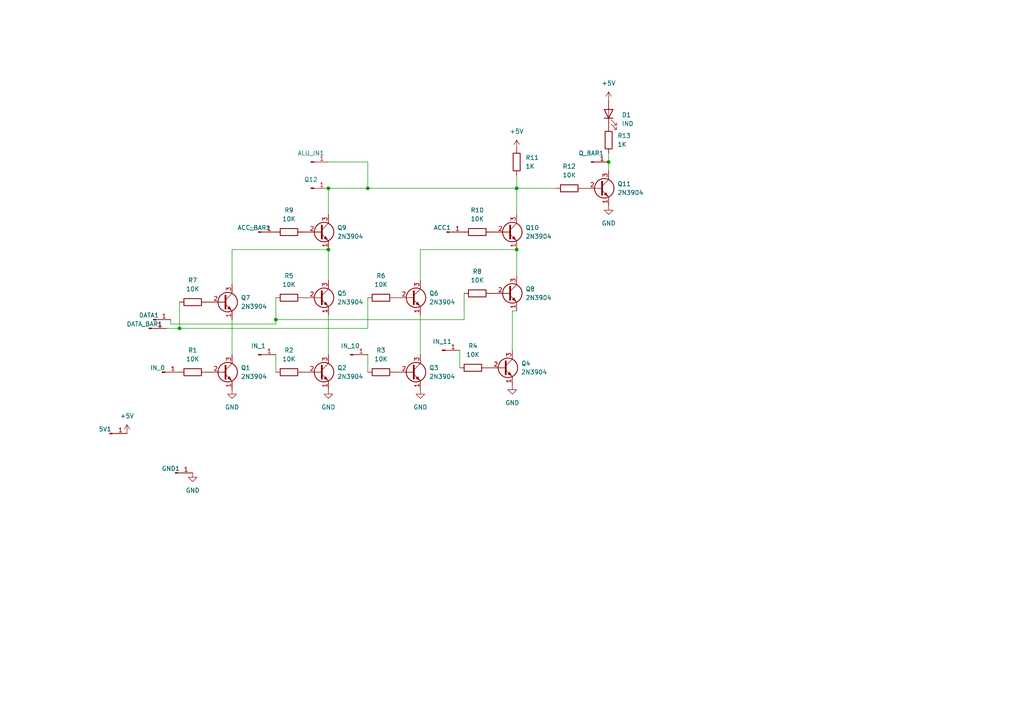
<source format=kicad_sch>
(kicad_sch (version 20230121) (generator eeschema)
  (paper "A4")
  (lib_symbols
    (symbol "Connector:Conn_01x01_Pin" (pin_names (offset 1.016) hide)
      (property "Reference" "J" (at 0 2.54 0))
      (property "Value" "Conn_01x01_Pin" (at 0 -2.54 0))
      (symbol "Conn_01x01_Pin_1_1"
        (polyline (pts (xy 1.27 0) (xy 0.8636 0)) (stroke (width 0.1524)))
        (rectangle (start 0.8636 0.127) (end 0 -0.127) (stroke (width 0.1524)) (fill (type outline)))
        (pin passive line (at 5.08 0 180) (length 3.81) (name "Pin_1") (number "1"))
      )
    )
    (symbol "Device:LED" (pin_numbers hide) (pin_names (offset 1.016) hide)
      (property "Reference" "D" (at 0 2.54 0))
      (property "Value" "LED" (at 0 -2.54 0))
      (symbol "LED_0_1"
        (polyline (pts (xy -1.27 -1.27) (xy -1.27 1.27)) (stroke (width 0.254)))
        (polyline (pts (xy -1.27 0) (xy 1.27 0)))
        (polyline (pts (xy 1.27 -1.27) (xy 1.27 1.27) (xy -1.27 0) (xy 1.27 -1.27)) (stroke (width 0.254)))
        (polyline (pts (xy -3.048 -0.762) (xy -4.572 -2.286) (xy -3.81 -2.286) (xy -4.572 -2.286) (xy -4.572 -1.524)))
        (polyline (pts (xy -1.778 -0.762) (xy -3.302 -2.286) (xy -2.54 -2.286) (xy -3.302 -2.286) (xy -3.302 -1.524)))
      )
      (symbol "LED_1_1"
        (pin passive line (at -3.81 0 0) (length 2.54) (name "K") (number "1"))
        (pin passive line (at 3.81 0 180) (length 2.54) (name "A") (number "2"))
      )
    )
    (symbol "Device:R" (pin_numbers hide) (pin_names (offset 0))
      (property "Reference" "R" (at 2.032 0 90))
      (property "Value" "R" (at 0 0 90))
      (symbol "R_0_1"
        (rectangle (start -1.016 -2.54) (end 1.016 2.54) (stroke (width 0.254)))
      )
      (symbol "R_1_1"
        (pin passive line (at 0 3.81 270) (length 1.27) (name "~") (number "1"))
        (pin passive line (at 0 -3.81 90) (length 1.27) (name "~") (number "2"))
      )
    )
    (symbol "Transistor_BJT:2N3904" (pin_names (offset 0) hide)
      (property "Reference" "Q" (at 5.08 1.905 0))
      (property "Value" "2N3904" (at 5.08 0 0))
      (symbol "2N3904_0_1"
        (polyline (pts (xy 0.635 0.635) (xy 2.54 2.54)))
        (polyline (pts (xy 0.635 -0.635) (xy 2.54 -2.54) (xy 2.54 -2.54)))
        (polyline (pts (xy 0.635 1.905) (xy 0.635 -1.905) (xy 0.635 -1.905)) (stroke (width 0.508)))
        (polyline (pts (xy 1.27 -1.778) (xy 1.778 -1.27) (xy 2.286 -2.286) (xy 1.27 -1.778) (xy 1.27 -1.778)) (fill (type outline)))
        (circle (center 1.27 0) (radius 2.8194) (stroke (width 0.254)))
      )
      (symbol "2N3904_1_1"
        (pin passive line (at 2.54 -5.08 90) (length 2.54) (name "E") (number "1"))
        (pin passive line (at -5.08 0 0) (length 5.715) (name "B") (number "2"))
        (pin passive line (at 2.54 5.08 270) (length 2.54) (name "C") (number "3"))
      )
    )
    (symbol "power:+5V" (power) (pin_names (offset 0))
      (property "Value" "+5V" (at 0 3.556 0))
      (symbol "+5V_0_1"
        (polyline (pts (xy -0.762 1.27) (xy 0 2.54)))
        (polyline (pts (xy 0 0) (xy 0 2.54)))
        (polyline (pts (xy 0 2.54) (xy 0.762 1.27)))
      )
      (symbol "+5V_1_1"
        (pin power_in line (at 0 0 90) (length 0) hide (name "+5V") (number "1"))
      )
    )
    (symbol "power:GND" (power) (pin_names (offset 0))
      (property "Value" "GND" (at 0 -3.81 0))
      (symbol "GND_0_1"
        (polyline (pts (xy 0 0) (xy 0 -1.27) (xy 1.27 -1.27) (xy 0 -2.54) (xy -1.27 -1.27) (xy 0 -1.27)))
      )
      (symbol "GND_1_1"
        (pin power_in line (at 0 0 270) (length 0) hide (name "GND") (number "1"))
      )
    )
  )
  (junction (at 149.86 54.61))
  (junction (at 52.07 95.25))
  (junction (at 176.53 46.99))
  (junction (at 149.86 72.39))
  (junction (at 80.01 92.71))
  (junction (at 106.68 54.61))
  (junction (at 95.25 54.61))
  (junction (at 95.25 72.39))
  (wire (pts (xy 49.53 93.98) (xy 80.01 93.98)))
  (wire (pts (xy 149.86 54.61) (xy 106.68 54.61)))
  (wire (pts (xy 49.53 92.71) (xy 49.53 93.98)))
  (wire (pts (xy 149.86 62.23) (xy 149.86 54.61)))
  (wire (pts (xy 121.92 81.28) (xy 121.92 72.39)))
  (wire (pts (xy 95.25 91.44) (xy 95.25 102.87)))
  (wire (pts (xy 95.25 46.99) (xy 106.68 46.99)))
  (wire (pts (xy 149.86 72.39) (xy 149.86 80.01)))
  (wire (pts (xy 134.62 85.09) (xy 134.62 92.71)))
  (wire (pts (xy 52.07 87.63) (xy 52.07 95.25)))
  (wire (pts (xy 148.59 101.6) (xy 148.59 90.17)))
  (wire (pts (xy 80.01 92.71) (xy 134.62 92.71)))
  (wire (pts (xy 52.07 95.25) (xy 106.68 95.25)))
  (wire (pts (xy 95.25 72.39) (xy 95.25 81.28)))
  (wire (pts (xy 106.68 54.61) (xy 95.25 54.61)))
  (wire (pts (xy 148.59 90.17) (xy 149.86 90.17)))
  (wire (pts (xy 133.35 101.6) (xy 133.35 106.68)))
  (wire (pts (xy 176.53 46.99) (xy 176.53 49.53)))
  (wire (pts (xy 80.01 92.71) (xy 80.01 93.98)))
  (wire (pts (xy 95.25 54.61) (xy 95.25 62.23)))
  (wire (pts (xy 149.86 50.8) (xy 149.86 54.61)))
  (wire (pts (xy 72.39 66.04) (xy 73.66 66.04)))
  (wire (pts (xy 48.26 95.25) (xy 52.07 95.25)))
  (wire (pts (xy 176.53 44.45) (xy 176.53 46.99)))
  (wire (pts (xy 121.92 91.44) (xy 121.92 102.87)))
  (wire (pts (xy 106.68 86.36) (xy 106.68 95.25)))
  (wire (pts (xy 67.31 82.55) (xy 67.31 72.39)))
  (wire (pts (xy 121.92 72.39) (xy 149.86 72.39)))
  (wire (pts (xy 106.68 102.87) (xy 106.68 107.95)))
  (wire (pts (xy 80.01 86.36) (xy 80.01 92.71)))
  (wire (pts (xy 67.31 92.71) (xy 67.31 102.87)))
  (wire (pts (xy 161.29 54.61) (xy 149.86 54.61)))
  (wire (pts (xy 106.68 46.99) (xy 106.68 54.61)))
  (wire (pts (xy 67.31 72.39) (xy 95.25 72.39)))
  (wire (pts (xy 80.01 102.87) (xy 80.01 107.95)))
  (symbol (lib_id "Connector:Conn_01x01_Pin") (at 44.45 92.71 0) (unit 1)
    (property "Reference" "DATA1" (at 43.18 91.44 0))
    (property "Value" "Conn_01x01_Pin" (effects hide))
    (property "Footprint" "Connector_PinHeader_2.54mm:PinHeader_1x01_P2.54mm_Vertical" (effects hide))
  )
  (symbol (lib_id "Transistor_BJT:2N3904") (at 64.77 107.95 0) (unit 1)
    (property "Reference" "Q1" (at 69.85 106.68 0) (effects (justify left)))
    (property "Value" "2N3904" (at 69.85 109.22 0) (effects (justify left)))
    (property "Footprint" "Package_TO_SOT_THT:TO-92_Inline_Wide" (effects hide))
    (property "Datasheet" "https://www.onsemi.com/pub/Collateral/2N3903-D.PDF" (effects hide))
  )
  (symbol (lib_id "Transistor_BJT:2N3904") (at 92.71 86.36 0) (unit 1)
    (property "Reference" "Q5" (at 97.79 85.09 0) (effects (justify left)))
    (property "Value" "2N3904" (at 97.79 87.63 0) (effects (justify left)))
    (property "Footprint" "Package_TO_SOT_THT:TO-92_Inline_Wide" (effects hide))
    (property "Datasheet" "https://www.onsemi.com/pub/Collateral/2N3903-D.PDF" (effects hide))
  )
  (symbol (lib_id "Connector:Conn_01x01_Pin") (at 50.8 137.16 0) (unit 1)
    (property "Reference" "GND1" (at 49.53 135.89 0))
    (property "Value" "Conn_01x01_Pin" (effects hide))
    (property "Footprint" "Connector_PinHeader_2.54mm:PinHeader_1x01_P2.54mm_Vertical" (effects hide))
  )
  (symbol (lib_id "Transistor_BJT:2N3904") (at 64.77 87.63 0) (unit 1)
    (property "Reference" "Q7" (at 69.85 86.36 0) (effects (justify left)))
    (property "Value" "2N3904" (at 69.85 88.9 0) (effects (justify left)))
    (property "Footprint" "Package_TO_SOT_THT:TO-92_Inline_Wide" (effects hide))
    (property "Datasheet" "https://www.onsemi.com/pub/Collateral/2N3903-D.PDF" (effects hide))
  )
  (symbol (lib_id "Connector:Conn_01x01_Pin") (at 90.17 46.99 0) (unit 1)
    (property "Reference" "ALU_IN1" (at 90.17 44.45 0))
    (property "Value" "Conn_01x01_Pin" (effects hide))
    (property "Footprint" "Connector_PinHeader_2.54mm:PinHeader_1x01_P2.54mm_Vertical" (effects hide))
  )
  (symbol (lib_id "Connector:Conn_01x01_Pin") (at 31.75 125.73 0) (unit 1)
    (property "Reference" "5V1" (at 30.48 124.46 0))
    (property "Value" "Conn_01x01_Pin" (effects hide))
    (property "Footprint" "Connector_PinHeader_2.54mm:PinHeader_1x01_P2.54mm_Vertical" (effects hide))
  )
  (symbol (lib_id "Transistor_BJT:2N3904") (at 92.71 67.31 0) (unit 1)
    (property "Reference" "Q9" (at 97.79 66.04 0) (effects (justify left)))
    (property "Value" "2N3904" (at 97.79 68.58 0) (effects (justify left)))
    (property "Footprint" "Package_TO_SOT_THT:TO-92_Inline_Wide" (effects hide))
    (property "Datasheet" "https://www.onsemi.com/pub/Collateral/2N3903-D.PDF" (effects hide))
  )
  (symbol (lib_id "Connector:Conn_01x01_Pin") (at 90.17 54.61 0) (unit 1)
    (property "Reference" "Q12" (at 90.17 52.07 0))
    (property "Value" "Conn_01x01_Pin" (effects hide))
    (property "Footprint" "Connector_PinHeader_2.54mm:PinHeader_1x01_P2.54mm_Vertical" (effects hide))
  )
  (symbol (lib_id "Connector:Conn_01x01_Pin") (at 171.45 46.99 0) (unit 1)
    (property "Reference" "Q_BAR1" (at 171.45 44.45 0))
    (property "Value" "Conn_01x01_Pin" (effects hide))
    (property "Footprint" "Connector_PinHeader_2.54mm:PinHeader_1x01_P2.54mm_Vertical" (effects hide))
  )
  (symbol (lib_id "Device:LED") (at 176.53 33.02 90) (unit 1)
    (property "Reference" "D1" (at 180.34 33.3375 90) (effects (justify right)))
    (property "Value" "IND" (at 180.34 35.8775 90) (effects (justify right)))
    (property "Footprint" "LED_THT:LED_D3.0mm" (effects hide))
  )
  (symbol (lib_id "Device:R") (at 55.88 107.95 90) (unit 1)
    (property "Reference" "R1" (at 55.88 101.6 90))
    (property "Value" "10K" (at 55.88 104.14 90))
    (property "Footprint" "Resistor_THT:R_Axial_DIN0204_L3.6mm_D1.6mm_P7.62mm_Horizontal" (effects hide))
  )
  (symbol (lib_id "Device:R") (at 83.82 107.95 90) (unit 1)
    (property "Reference" "R2" (at 83.82 101.6 90))
    (property "Value" "10K" (at 83.82 104.14 90))
    (property "Footprint" "Resistor_THT:R_Axial_DIN0204_L3.6mm_D1.6mm_P7.62mm_Horizontal" (effects hide))
  )
  (symbol (lib_id "power:+5V") (at 176.53 29.21 0) (unit 1)
    (property "Reference" "#PWR07" (effects hide))
    (property "Value" "+5V" (at 176.53 24.13 0))
  )
  (symbol (lib_id "Device:R") (at 138.43 85.09 90) (unit 1)
    (property "Reference" "R8" (at 138.43 78.74 90))
    (property "Value" "10K" (at 138.43 81.28 90))
    (property "Footprint" "Resistor_THT:R_Axial_DIN0204_L3.6mm_D1.6mm_P7.62mm_Horizontal" (effects hide))
  )
  (symbol (lib_id "Device:R") (at 110.49 86.36 90) (unit 1)
    (property "Reference" "R6" (at 110.49 80.01 90))
    (property "Value" "10K" (at 110.49 82.55 90))
    (property "Footprint" "Resistor_THT:R_Axial_DIN0204_L3.6mm_D1.6mm_P7.62mm_Horizontal" (effects hide))
  )
  (symbol (lib_id "Device:R") (at 176.53 40.64 180) (unit 1)
    (property "Reference" "R13" (at 179.07 39.37 0) (effects (justify right)))
    (property "Value" "1K" (at 179.07 41.91 0) (effects (justify right)))
    (property "Footprint" "Resistor_THT:R_Axial_DIN0204_L3.6mm_D1.6mm_P7.62mm_Horizontal" (effects hide))
  )
  (symbol (lib_id "Transistor_BJT:2N3904") (at 147.32 85.09 0) (unit 1)
    (property "Reference" "Q8" (at 152.4 83.82 0) (effects (justify left)))
    (property "Value" "2N3904" (at 152.4 86.36 0) (effects (justify left)))
    (property "Footprint" "Package_TO_SOT_THT:TO-92_Inline_Wide" (effects hide))
    (property "Datasheet" "https://www.onsemi.com/pub/Collateral/2N3903-D.PDF" (effects hide))
  )
  (symbol (lib_id "power:GND") (at 55.88 137.16 0) (unit 1)
    (property "Reference" "#PWR08" (effects hide))
    (property "Value" "GND" (at 55.88 142.24 0))
  )
  (symbol (lib_id "power:GND") (at 95.25 113.03 0) (unit 1)
    (property "Reference" "#PWR02" (effects hide))
    (property "Value" "GND" (at 95.25 118.11 0))
  )
  (symbol (lib_id "Transistor_BJT:2N3904") (at 146.05 106.68 0) (unit 1)
    (property "Reference" "Q4" (at 151.13 105.41 0) (effects (justify left)))
    (property "Value" "2N3904" (at 151.13 107.95 0) (effects (justify left)))
    (property "Footprint" "Package_TO_SOT_THT:TO-92_Inline_Wide" (effects hide))
    (property "Datasheet" "https://www.onsemi.com/pub/Collateral/2N3903-D.PDF" (effects hide))
  )
  (symbol (lib_id "power:GND") (at 176.53 59.69 0) (unit 1)
    (property "Reference" "#PWR06" (effects hide))
    (property "Value" "GND" (at 176.53 64.77 0))
  )
  (symbol (lib_id "Device:R") (at 137.16 106.68 90) (unit 1)
    (property "Reference" "R4" (at 137.16 100.33 90))
    (property "Value" "10K" (at 137.16 102.87 90))
    (property "Footprint" "Resistor_THT:R_Axial_DIN0204_L3.6mm_D1.6mm_P7.62mm_Horizontal" (effects hide))
  )
  (symbol (lib_id "Connector:Conn_01x01_Pin") (at 129.54 67.31 0) (unit 1)
    (property "Reference" "ACC1" (at 128.27 66.04 0))
    (property "Value" "Conn_01x01_Pin" (effects hide))
    (property "Footprint" "Connector_PinHeader_2.54mm:PinHeader_1x01_P2.54mm_Vertical" (effects hide))
  )
  (symbol (lib_id "Connector:Conn_01x01_Pin") (at 46.99 107.95 0) (unit 1)
    (property "Reference" "IN_0" (at 45.72 106.68 0))
    (property "Value" "Conn_01x01_Pin" (effects hide))
    (property "Footprint" "Connector_PinHeader_2.54mm:PinHeader_1x01_P2.54mm_Vertical" (effects hide))
  )
  (symbol (lib_id "Connector:Conn_01x01_Pin") (at 43.18 95.25 0) (unit 1)
    (property "Reference" "DATA_BAR1" (at 41.91 93.98 0))
    (property "Value" "Conn_01x01_Pin" (effects hide))
    (property "Footprint" "Connector_PinHeader_2.54mm:PinHeader_1x01_P2.54mm_Vertical" (effects hide))
  )
  (symbol (lib_id "Device:R") (at 55.88 87.63 90) (unit 1)
    (property "Reference" "R7" (at 55.88 81.28 90))
    (property "Value" "10K" (at 55.88 83.82 90))
    (property "Footprint" "Resistor_THT:R_Axial_DIN0204_L3.6mm_D1.6mm_P7.62mm_Horizontal" (effects hide))
  )
  (symbol (lib_id "Transistor_BJT:2N3904") (at 173.99 54.61 0) (unit 1)
    (property "Reference" "Q11" (at 179.07 53.34 0) (effects (justify left)))
    (property "Value" "2N3904" (at 179.07 55.88 0) (effects (justify left)))
    (property "Footprint" "Package_TO_SOT_THT:TO-92_Inline_Wide" (effects hide))
    (property "Datasheet" "https://www.onsemi.com/pub/Collateral/2N3903-D.PDF" (effects hide))
  )
  (symbol (lib_id "Connector:Conn_01x01_Pin") (at 101.6 102.87 0) (unit 1)
    (property "Reference" "IN_10" (at 101.6 100.33 0))
    (property "Value" "Conn_01x01_Pin" (effects hide))
    (property "Footprint" "Connector_PinHeader_2.54mm:PinHeader_1x01_P2.54mm_Vertical" (effects hide))
  )
  (symbol (lib_id "power:GND") (at 121.92 113.03 0) (unit 1)
    (property "Reference" "#PWR03" (effects hide))
    (property "Value" "GND" (at 121.92 118.11 0))
  )
  (symbol (lib_id "Connector:Conn_01x01_Pin") (at 74.93 67.31 0) (unit 1)
    (property "Reference" "ACC_BAR1" (at 73.66 66.04 0))
    (property "Value" "Conn_01x01_Pin" (effects hide))
    (property "Footprint" "Connector_PinHeader_2.54mm:PinHeader_1x01_P2.54mm_Vertical" (effects hide))
  )
  (symbol (lib_id "Transistor_BJT:2N3904") (at 119.38 107.95 0) (unit 1)
    (property "Reference" "Q3" (at 124.46 106.68 0) (effects (justify left)))
    (property "Value" "2N3904" (at 124.46 109.22 0) (effects (justify left)))
    (property "Footprint" "Package_TO_SOT_THT:TO-92_Inline_Wide" (effects hide))
    (property "Datasheet" "https://www.onsemi.com/pub/Collateral/2N3903-D.PDF" (effects hide))
  )
  (symbol (lib_id "power:+5V") (at 36.83 125.73 0) (unit 1)
    (property "Reference" "#PWR09" (effects hide))
    (property "Value" "+5V" (at 36.83 120.65 0))
  )
  (symbol (lib_id "Transistor_BJT:2N3904") (at 92.71 107.95 0) (unit 1)
    (property "Reference" "Q2" (at 97.79 106.68 0) (effects (justify left)))
    (property "Value" "2N3904" (at 97.79 109.22 0) (effects (justify left)))
    (property "Footprint" "Package_TO_SOT_THT:TO-92_Inline_Wide" (effects hide))
    (property "Datasheet" "https://www.onsemi.com/pub/Collateral/2N3903-D.PDF" (effects hide))
  )
  (symbol (lib_id "Device:R") (at 149.86 46.99 180) (unit 1)
    (property "Reference" "R11" (at 152.4 45.72 0) (effects (justify right)))
    (property "Value" "1K" (at 152.4 48.26 0) (effects (justify right)))
    (property "Footprint" "Resistor_THT:R_Axial_DIN0204_L3.6mm_D1.6mm_P7.62mm_Horizontal" (effects hide))
  )
  (symbol (lib_id "Transistor_BJT:2N3904") (at 147.32 67.31 0) (unit 1)
    (property "Reference" "Q10" (at 152.4 66.04 0) (effects (justify left)))
    (property "Value" "2N3904" (at 152.4 68.58 0) (effects (justify left)))
    (property "Footprint" "Package_TO_SOT_THT:TO-92_Inline_Wide" (effects hide))
    (property "Datasheet" "https://www.onsemi.com/pub/Collateral/2N3903-D.PDF" (effects hide))
  )
  (symbol (lib_id "Connector:Conn_01x01_Pin") (at 128.27 101.6 0) (unit 1)
    (property "Reference" "IN_11" (at 128.27 99.06 0))
    (property "Value" "Conn_01x01_Pin" (effects hide))
    (property "Footprint" "Connector_PinHeader_2.54mm:PinHeader_1x01_P2.54mm_Vertical" (effects hide))
  )
  (symbol (lib_id "power:GND") (at 67.31 113.03 0) (unit 1)
    (property "Reference" "#PWR01" (effects hide))
    (property "Value" "GND" (at 67.31 118.11 0))
  )
  (symbol (lib_id "Device:R") (at 83.82 67.31 90) (unit 1)
    (property "Reference" "R9" (at 83.82 60.96 90))
    (property "Value" "10K" (at 83.82 63.5 90))
    (property "Footprint" "Resistor_THT:R_Axial_DIN0204_L3.6mm_D1.6mm_P7.62mm_Horizontal" (effects hide))
  )
  (symbol (lib_id "Device:R") (at 83.82 86.36 90) (unit 1)
    (property "Reference" "R5" (at 83.82 80.01 90))
    (property "Value" "10K" (at 83.82 82.55 90))
    (property "Footprint" "Resistor_THT:R_Axial_DIN0204_L3.6mm_D1.6mm_P7.62mm_Horizontal" (effects hide))
  )
  (symbol (lib_id "Connector:Conn_01x01_Pin") (at 74.93 102.87 0) (unit 1)
    (property "Reference" "IN_1" (at 74.93 100.33 0))
    (property "Value" "Conn_01x01_Pin" (effects hide))
    (property "Footprint" "Connector_PinHeader_2.54mm:PinHeader_1x01_P2.54mm_Vertical" (effects hide))
  )
  (symbol (lib_id "Device:R") (at 110.49 107.95 90) (unit 1)
    (property "Reference" "R3" (at 110.49 101.6 90))
    (property "Value" "10K" (at 110.49 104.14 90))
    (property "Footprint" "Resistor_THT:R_Axial_DIN0204_L3.6mm_D1.6mm_P7.62mm_Horizontal" (effects hide))
  )
  (symbol (lib_id "power:+5V") (at 149.86 43.18 0) (unit 1)
    (property "Reference" "#PWR05" (effects hide))
    (property "Value" "+5V" (at 149.86 38.1 0))
  )
  (symbol (lib_id "power:GND") (at 148.59 111.76 0) (unit 1)
    (property "Reference" "#PWR04" (effects hide))
    (property "Value" "GND" (at 148.59 116.84 0))
  )
  (symbol (lib_id "Device:R") (at 138.43 67.31 90) (unit 1)
    (property "Reference" "R10" (at 138.43 60.96 90))
    (property "Value" "10K" (at 138.43 63.5 90))
    (property "Footprint" "Resistor_THT:R_Axial_DIN0204_L3.6mm_D1.6mm_P7.62mm_Horizontal" (effects hide))
  )
  (symbol (lib_id "Device:R") (at 165.1 54.61 90) (unit 1)
    (property "Reference" "R12" (at 165.1 48.26 90))
    (property "Value" "10K" (at 165.1 50.8 90))
    (property "Footprint" "Resistor_THT:R_Axial_DIN0204_L3.6mm_D1.6mm_P7.62mm_Horizontal" (effects hide))
  )
  (symbol (lib_id "Transistor_BJT:2N3904") (at 119.38 86.36 0) (unit 1)
    (property "Reference" "Q6" (at 124.46 85.09 0) (effects (justify left)))
    (property "Value" "2N3904" (at 124.46 87.63 0) (effects (justify left)))
    (property "Footprint" "Package_TO_SOT_THT:TO-92_Inline_Wide" (effects hide))
    (property "Datasheet" "https://www.onsemi.com/pub/Collateral/2N3903-D.PDF" (effects hide))
  )
)
</source>
